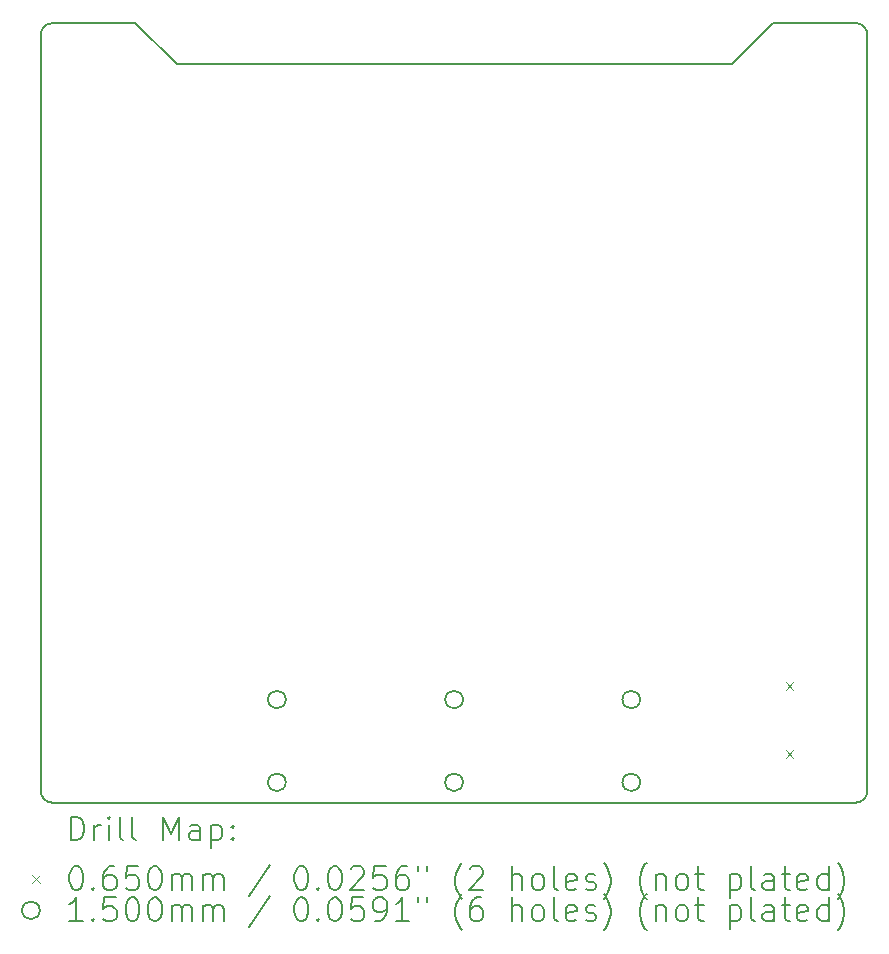
<source format=gbr>
%TF.GenerationSoftware,KiCad,Pcbnew,7.0.5-7.0.5~ubuntu22.04.1*%
%TF.CreationDate,2023-07-17T10:47:00+02:00*%
%TF.ProjectId,audio_iface,61756469-6f5f-4696-9661-63652e6b6963,rev?*%
%TF.SameCoordinates,Original*%
%TF.FileFunction,Drillmap*%
%TF.FilePolarity,Positive*%
%FSLAX45Y45*%
G04 Gerber Fmt 4.5, Leading zero omitted, Abs format (unit mm)*
G04 Created by KiCad (PCBNEW 7.0.5-7.0.5~ubuntu22.04.1) date 2023-07-17 10:47:00*
%MOMM*%
%LPD*%
G01*
G04 APERTURE LIST*
%ADD10C,0.150000*%
%ADD11C,0.200000*%
%ADD12C,0.065000*%
G04 APERTURE END LIST*
D10*
X8400000Y-11000000D02*
G75*
G03*
X8500000Y-10900000I0J100000D01*
G01*
X8500000Y-4500000D02*
G75*
G03*
X8400000Y-4400000I-100000J0D01*
G01*
X2650000Y-4750000D02*
X7350000Y-4750000D01*
X1500000Y-10900000D02*
X1500000Y-4500000D01*
X1600000Y-4400000D02*
G75*
G03*
X1500000Y-4500000I0J-100000D01*
G01*
X1500000Y-10900000D02*
G75*
G03*
X1600000Y-11000000I100000J0D01*
G01*
X2300000Y-4400000D02*
X2650000Y-4750000D01*
X1600000Y-4400000D02*
X2300000Y-4400000D01*
X8400000Y-11000000D02*
X1600000Y-11000000D01*
X7700000Y-4400000D02*
X8400000Y-4400000D01*
X8500000Y-4500000D02*
X8500000Y-10900000D01*
X7350000Y-4750000D02*
X7700000Y-4400000D01*
D11*
D12*
X7807500Y-9978500D02*
X7872500Y-10043500D01*
X7872500Y-9978500D02*
X7807500Y-10043500D01*
X7807500Y-10556500D02*
X7872500Y-10621500D01*
X7872500Y-10556500D02*
X7807500Y-10621500D01*
D10*
X3575000Y-10127500D02*
G75*
G03*
X3575000Y-10127500I-75000J0D01*
G01*
X3575000Y-10827500D02*
G75*
G03*
X3575000Y-10827500I-75000J0D01*
G01*
X5075000Y-10127500D02*
G75*
G03*
X5075000Y-10127500I-75000J0D01*
G01*
X5075000Y-10827500D02*
G75*
G03*
X5075000Y-10827500I-75000J0D01*
G01*
X6575000Y-10127500D02*
G75*
G03*
X6575000Y-10127500I-75000J0D01*
G01*
X6575000Y-10827500D02*
G75*
G03*
X6575000Y-10827500I-75000J0D01*
G01*
D11*
X1753277Y-11318984D02*
X1753277Y-11118984D01*
X1753277Y-11118984D02*
X1800896Y-11118984D01*
X1800896Y-11118984D02*
X1829467Y-11128508D01*
X1829467Y-11128508D02*
X1848515Y-11147555D01*
X1848515Y-11147555D02*
X1858039Y-11166603D01*
X1858039Y-11166603D02*
X1867562Y-11204698D01*
X1867562Y-11204698D02*
X1867562Y-11233269D01*
X1867562Y-11233269D02*
X1858039Y-11271365D01*
X1858039Y-11271365D02*
X1848515Y-11290412D01*
X1848515Y-11290412D02*
X1829467Y-11309460D01*
X1829467Y-11309460D02*
X1800896Y-11318984D01*
X1800896Y-11318984D02*
X1753277Y-11318984D01*
X1953277Y-11318984D02*
X1953277Y-11185650D01*
X1953277Y-11223746D02*
X1962801Y-11204698D01*
X1962801Y-11204698D02*
X1972324Y-11195174D01*
X1972324Y-11195174D02*
X1991372Y-11185650D01*
X1991372Y-11185650D02*
X2010420Y-11185650D01*
X2077086Y-11318984D02*
X2077086Y-11185650D01*
X2077086Y-11118984D02*
X2067562Y-11128508D01*
X2067562Y-11128508D02*
X2077086Y-11138031D01*
X2077086Y-11138031D02*
X2086610Y-11128508D01*
X2086610Y-11128508D02*
X2077086Y-11118984D01*
X2077086Y-11118984D02*
X2077086Y-11138031D01*
X2200896Y-11318984D02*
X2181848Y-11309460D01*
X2181848Y-11309460D02*
X2172324Y-11290412D01*
X2172324Y-11290412D02*
X2172324Y-11118984D01*
X2305658Y-11318984D02*
X2286610Y-11309460D01*
X2286610Y-11309460D02*
X2277086Y-11290412D01*
X2277086Y-11290412D02*
X2277086Y-11118984D01*
X2534229Y-11318984D02*
X2534229Y-11118984D01*
X2534229Y-11118984D02*
X2600896Y-11261841D01*
X2600896Y-11261841D02*
X2667563Y-11118984D01*
X2667563Y-11118984D02*
X2667563Y-11318984D01*
X2848515Y-11318984D02*
X2848515Y-11214222D01*
X2848515Y-11214222D02*
X2838991Y-11195174D01*
X2838991Y-11195174D02*
X2819943Y-11185650D01*
X2819943Y-11185650D02*
X2781848Y-11185650D01*
X2781848Y-11185650D02*
X2762801Y-11195174D01*
X2848515Y-11309460D02*
X2829467Y-11318984D01*
X2829467Y-11318984D02*
X2781848Y-11318984D01*
X2781848Y-11318984D02*
X2762801Y-11309460D01*
X2762801Y-11309460D02*
X2753277Y-11290412D01*
X2753277Y-11290412D02*
X2753277Y-11271365D01*
X2753277Y-11271365D02*
X2762801Y-11252317D01*
X2762801Y-11252317D02*
X2781848Y-11242793D01*
X2781848Y-11242793D02*
X2829467Y-11242793D01*
X2829467Y-11242793D02*
X2848515Y-11233269D01*
X2943753Y-11185650D02*
X2943753Y-11385650D01*
X2943753Y-11195174D02*
X2962801Y-11185650D01*
X2962801Y-11185650D02*
X3000896Y-11185650D01*
X3000896Y-11185650D02*
X3019943Y-11195174D01*
X3019943Y-11195174D02*
X3029467Y-11204698D01*
X3029467Y-11204698D02*
X3038991Y-11223746D01*
X3038991Y-11223746D02*
X3038991Y-11280888D01*
X3038991Y-11280888D02*
X3029467Y-11299936D01*
X3029467Y-11299936D02*
X3019943Y-11309460D01*
X3019943Y-11309460D02*
X3000896Y-11318984D01*
X3000896Y-11318984D02*
X2962801Y-11318984D01*
X2962801Y-11318984D02*
X2943753Y-11309460D01*
X3124705Y-11299936D02*
X3134229Y-11309460D01*
X3134229Y-11309460D02*
X3124705Y-11318984D01*
X3124705Y-11318984D02*
X3115182Y-11309460D01*
X3115182Y-11309460D02*
X3124705Y-11299936D01*
X3124705Y-11299936D02*
X3124705Y-11318984D01*
X3124705Y-11195174D02*
X3134229Y-11204698D01*
X3134229Y-11204698D02*
X3124705Y-11214222D01*
X3124705Y-11214222D02*
X3115182Y-11204698D01*
X3115182Y-11204698D02*
X3124705Y-11195174D01*
X3124705Y-11195174D02*
X3124705Y-11214222D01*
D12*
X1427500Y-11615000D02*
X1492500Y-11680000D01*
X1492500Y-11615000D02*
X1427500Y-11680000D01*
D11*
X1791372Y-11538984D02*
X1810420Y-11538984D01*
X1810420Y-11538984D02*
X1829467Y-11548508D01*
X1829467Y-11548508D02*
X1838991Y-11558031D01*
X1838991Y-11558031D02*
X1848515Y-11577079D01*
X1848515Y-11577079D02*
X1858039Y-11615174D01*
X1858039Y-11615174D02*
X1858039Y-11662793D01*
X1858039Y-11662793D02*
X1848515Y-11700888D01*
X1848515Y-11700888D02*
X1838991Y-11719936D01*
X1838991Y-11719936D02*
X1829467Y-11729460D01*
X1829467Y-11729460D02*
X1810420Y-11738984D01*
X1810420Y-11738984D02*
X1791372Y-11738984D01*
X1791372Y-11738984D02*
X1772324Y-11729460D01*
X1772324Y-11729460D02*
X1762801Y-11719936D01*
X1762801Y-11719936D02*
X1753277Y-11700888D01*
X1753277Y-11700888D02*
X1743753Y-11662793D01*
X1743753Y-11662793D02*
X1743753Y-11615174D01*
X1743753Y-11615174D02*
X1753277Y-11577079D01*
X1753277Y-11577079D02*
X1762801Y-11558031D01*
X1762801Y-11558031D02*
X1772324Y-11548508D01*
X1772324Y-11548508D02*
X1791372Y-11538984D01*
X1943753Y-11719936D02*
X1953277Y-11729460D01*
X1953277Y-11729460D02*
X1943753Y-11738984D01*
X1943753Y-11738984D02*
X1934229Y-11729460D01*
X1934229Y-11729460D02*
X1943753Y-11719936D01*
X1943753Y-11719936D02*
X1943753Y-11738984D01*
X2124705Y-11538984D02*
X2086610Y-11538984D01*
X2086610Y-11538984D02*
X2067562Y-11548508D01*
X2067562Y-11548508D02*
X2058039Y-11558031D01*
X2058039Y-11558031D02*
X2038991Y-11586603D01*
X2038991Y-11586603D02*
X2029467Y-11624698D01*
X2029467Y-11624698D02*
X2029467Y-11700888D01*
X2029467Y-11700888D02*
X2038991Y-11719936D01*
X2038991Y-11719936D02*
X2048515Y-11729460D01*
X2048515Y-11729460D02*
X2067562Y-11738984D01*
X2067562Y-11738984D02*
X2105658Y-11738984D01*
X2105658Y-11738984D02*
X2124705Y-11729460D01*
X2124705Y-11729460D02*
X2134229Y-11719936D01*
X2134229Y-11719936D02*
X2143753Y-11700888D01*
X2143753Y-11700888D02*
X2143753Y-11653269D01*
X2143753Y-11653269D02*
X2134229Y-11634222D01*
X2134229Y-11634222D02*
X2124705Y-11624698D01*
X2124705Y-11624698D02*
X2105658Y-11615174D01*
X2105658Y-11615174D02*
X2067562Y-11615174D01*
X2067562Y-11615174D02*
X2048515Y-11624698D01*
X2048515Y-11624698D02*
X2038991Y-11634222D01*
X2038991Y-11634222D02*
X2029467Y-11653269D01*
X2324705Y-11538984D02*
X2229467Y-11538984D01*
X2229467Y-11538984D02*
X2219944Y-11634222D01*
X2219944Y-11634222D02*
X2229467Y-11624698D01*
X2229467Y-11624698D02*
X2248515Y-11615174D01*
X2248515Y-11615174D02*
X2296134Y-11615174D01*
X2296134Y-11615174D02*
X2315182Y-11624698D01*
X2315182Y-11624698D02*
X2324705Y-11634222D01*
X2324705Y-11634222D02*
X2334229Y-11653269D01*
X2334229Y-11653269D02*
X2334229Y-11700888D01*
X2334229Y-11700888D02*
X2324705Y-11719936D01*
X2324705Y-11719936D02*
X2315182Y-11729460D01*
X2315182Y-11729460D02*
X2296134Y-11738984D01*
X2296134Y-11738984D02*
X2248515Y-11738984D01*
X2248515Y-11738984D02*
X2229467Y-11729460D01*
X2229467Y-11729460D02*
X2219944Y-11719936D01*
X2458039Y-11538984D02*
X2477086Y-11538984D01*
X2477086Y-11538984D02*
X2496134Y-11548508D01*
X2496134Y-11548508D02*
X2505658Y-11558031D01*
X2505658Y-11558031D02*
X2515182Y-11577079D01*
X2515182Y-11577079D02*
X2524705Y-11615174D01*
X2524705Y-11615174D02*
X2524705Y-11662793D01*
X2524705Y-11662793D02*
X2515182Y-11700888D01*
X2515182Y-11700888D02*
X2505658Y-11719936D01*
X2505658Y-11719936D02*
X2496134Y-11729460D01*
X2496134Y-11729460D02*
X2477086Y-11738984D01*
X2477086Y-11738984D02*
X2458039Y-11738984D01*
X2458039Y-11738984D02*
X2438991Y-11729460D01*
X2438991Y-11729460D02*
X2429467Y-11719936D01*
X2429467Y-11719936D02*
X2419944Y-11700888D01*
X2419944Y-11700888D02*
X2410420Y-11662793D01*
X2410420Y-11662793D02*
X2410420Y-11615174D01*
X2410420Y-11615174D02*
X2419944Y-11577079D01*
X2419944Y-11577079D02*
X2429467Y-11558031D01*
X2429467Y-11558031D02*
X2438991Y-11548508D01*
X2438991Y-11548508D02*
X2458039Y-11538984D01*
X2610420Y-11738984D02*
X2610420Y-11605650D01*
X2610420Y-11624698D02*
X2619944Y-11615174D01*
X2619944Y-11615174D02*
X2638991Y-11605650D01*
X2638991Y-11605650D02*
X2667563Y-11605650D01*
X2667563Y-11605650D02*
X2686610Y-11615174D01*
X2686610Y-11615174D02*
X2696134Y-11634222D01*
X2696134Y-11634222D02*
X2696134Y-11738984D01*
X2696134Y-11634222D02*
X2705658Y-11615174D01*
X2705658Y-11615174D02*
X2724705Y-11605650D01*
X2724705Y-11605650D02*
X2753277Y-11605650D01*
X2753277Y-11605650D02*
X2772325Y-11615174D01*
X2772325Y-11615174D02*
X2781848Y-11634222D01*
X2781848Y-11634222D02*
X2781848Y-11738984D01*
X2877086Y-11738984D02*
X2877086Y-11605650D01*
X2877086Y-11624698D02*
X2886610Y-11615174D01*
X2886610Y-11615174D02*
X2905658Y-11605650D01*
X2905658Y-11605650D02*
X2934229Y-11605650D01*
X2934229Y-11605650D02*
X2953277Y-11615174D01*
X2953277Y-11615174D02*
X2962801Y-11634222D01*
X2962801Y-11634222D02*
X2962801Y-11738984D01*
X2962801Y-11634222D02*
X2972324Y-11615174D01*
X2972324Y-11615174D02*
X2991372Y-11605650D01*
X2991372Y-11605650D02*
X3019943Y-11605650D01*
X3019943Y-11605650D02*
X3038991Y-11615174D01*
X3038991Y-11615174D02*
X3048515Y-11634222D01*
X3048515Y-11634222D02*
X3048515Y-11738984D01*
X3438991Y-11529460D02*
X3267563Y-11786603D01*
X3696134Y-11538984D02*
X3715182Y-11538984D01*
X3715182Y-11538984D02*
X3734229Y-11548508D01*
X3734229Y-11548508D02*
X3743753Y-11558031D01*
X3743753Y-11558031D02*
X3753277Y-11577079D01*
X3753277Y-11577079D02*
X3762801Y-11615174D01*
X3762801Y-11615174D02*
X3762801Y-11662793D01*
X3762801Y-11662793D02*
X3753277Y-11700888D01*
X3753277Y-11700888D02*
X3743753Y-11719936D01*
X3743753Y-11719936D02*
X3734229Y-11729460D01*
X3734229Y-11729460D02*
X3715182Y-11738984D01*
X3715182Y-11738984D02*
X3696134Y-11738984D01*
X3696134Y-11738984D02*
X3677086Y-11729460D01*
X3677086Y-11729460D02*
X3667563Y-11719936D01*
X3667563Y-11719936D02*
X3658039Y-11700888D01*
X3658039Y-11700888D02*
X3648515Y-11662793D01*
X3648515Y-11662793D02*
X3648515Y-11615174D01*
X3648515Y-11615174D02*
X3658039Y-11577079D01*
X3658039Y-11577079D02*
X3667563Y-11558031D01*
X3667563Y-11558031D02*
X3677086Y-11548508D01*
X3677086Y-11548508D02*
X3696134Y-11538984D01*
X3848515Y-11719936D02*
X3858039Y-11729460D01*
X3858039Y-11729460D02*
X3848515Y-11738984D01*
X3848515Y-11738984D02*
X3838991Y-11729460D01*
X3838991Y-11729460D02*
X3848515Y-11719936D01*
X3848515Y-11719936D02*
X3848515Y-11738984D01*
X3981848Y-11538984D02*
X4000896Y-11538984D01*
X4000896Y-11538984D02*
X4019944Y-11548508D01*
X4019944Y-11548508D02*
X4029467Y-11558031D01*
X4029467Y-11558031D02*
X4038991Y-11577079D01*
X4038991Y-11577079D02*
X4048515Y-11615174D01*
X4048515Y-11615174D02*
X4048515Y-11662793D01*
X4048515Y-11662793D02*
X4038991Y-11700888D01*
X4038991Y-11700888D02*
X4029467Y-11719936D01*
X4029467Y-11719936D02*
X4019944Y-11729460D01*
X4019944Y-11729460D02*
X4000896Y-11738984D01*
X4000896Y-11738984D02*
X3981848Y-11738984D01*
X3981848Y-11738984D02*
X3962801Y-11729460D01*
X3962801Y-11729460D02*
X3953277Y-11719936D01*
X3953277Y-11719936D02*
X3943753Y-11700888D01*
X3943753Y-11700888D02*
X3934229Y-11662793D01*
X3934229Y-11662793D02*
X3934229Y-11615174D01*
X3934229Y-11615174D02*
X3943753Y-11577079D01*
X3943753Y-11577079D02*
X3953277Y-11558031D01*
X3953277Y-11558031D02*
X3962801Y-11548508D01*
X3962801Y-11548508D02*
X3981848Y-11538984D01*
X4124706Y-11558031D02*
X4134229Y-11548508D01*
X4134229Y-11548508D02*
X4153277Y-11538984D01*
X4153277Y-11538984D02*
X4200896Y-11538984D01*
X4200896Y-11538984D02*
X4219944Y-11548508D01*
X4219944Y-11548508D02*
X4229468Y-11558031D01*
X4229468Y-11558031D02*
X4238991Y-11577079D01*
X4238991Y-11577079D02*
X4238991Y-11596127D01*
X4238991Y-11596127D02*
X4229468Y-11624698D01*
X4229468Y-11624698D02*
X4115182Y-11738984D01*
X4115182Y-11738984D02*
X4238991Y-11738984D01*
X4419944Y-11538984D02*
X4324706Y-11538984D01*
X4324706Y-11538984D02*
X4315182Y-11634222D01*
X4315182Y-11634222D02*
X4324706Y-11624698D01*
X4324706Y-11624698D02*
X4343753Y-11615174D01*
X4343753Y-11615174D02*
X4391372Y-11615174D01*
X4391372Y-11615174D02*
X4410420Y-11624698D01*
X4410420Y-11624698D02*
X4419944Y-11634222D01*
X4419944Y-11634222D02*
X4429468Y-11653269D01*
X4429468Y-11653269D02*
X4429468Y-11700888D01*
X4429468Y-11700888D02*
X4419944Y-11719936D01*
X4419944Y-11719936D02*
X4410420Y-11729460D01*
X4410420Y-11729460D02*
X4391372Y-11738984D01*
X4391372Y-11738984D02*
X4343753Y-11738984D01*
X4343753Y-11738984D02*
X4324706Y-11729460D01*
X4324706Y-11729460D02*
X4315182Y-11719936D01*
X4600896Y-11538984D02*
X4562801Y-11538984D01*
X4562801Y-11538984D02*
X4543753Y-11548508D01*
X4543753Y-11548508D02*
X4534229Y-11558031D01*
X4534229Y-11558031D02*
X4515182Y-11586603D01*
X4515182Y-11586603D02*
X4505658Y-11624698D01*
X4505658Y-11624698D02*
X4505658Y-11700888D01*
X4505658Y-11700888D02*
X4515182Y-11719936D01*
X4515182Y-11719936D02*
X4524706Y-11729460D01*
X4524706Y-11729460D02*
X4543753Y-11738984D01*
X4543753Y-11738984D02*
X4581849Y-11738984D01*
X4581849Y-11738984D02*
X4600896Y-11729460D01*
X4600896Y-11729460D02*
X4610420Y-11719936D01*
X4610420Y-11719936D02*
X4619944Y-11700888D01*
X4619944Y-11700888D02*
X4619944Y-11653269D01*
X4619944Y-11653269D02*
X4610420Y-11634222D01*
X4610420Y-11634222D02*
X4600896Y-11624698D01*
X4600896Y-11624698D02*
X4581849Y-11615174D01*
X4581849Y-11615174D02*
X4543753Y-11615174D01*
X4543753Y-11615174D02*
X4524706Y-11624698D01*
X4524706Y-11624698D02*
X4515182Y-11634222D01*
X4515182Y-11634222D02*
X4505658Y-11653269D01*
X4696134Y-11538984D02*
X4696134Y-11577079D01*
X4772325Y-11538984D02*
X4772325Y-11577079D01*
X5067563Y-11815174D02*
X5058039Y-11805650D01*
X5058039Y-11805650D02*
X5038991Y-11777079D01*
X5038991Y-11777079D02*
X5029468Y-11758031D01*
X5029468Y-11758031D02*
X5019944Y-11729460D01*
X5019944Y-11729460D02*
X5010420Y-11681841D01*
X5010420Y-11681841D02*
X5010420Y-11643746D01*
X5010420Y-11643746D02*
X5019944Y-11596127D01*
X5019944Y-11596127D02*
X5029468Y-11567555D01*
X5029468Y-11567555D02*
X5038991Y-11548508D01*
X5038991Y-11548508D02*
X5058039Y-11519936D01*
X5058039Y-11519936D02*
X5067563Y-11510412D01*
X5134230Y-11558031D02*
X5143753Y-11548508D01*
X5143753Y-11548508D02*
X5162801Y-11538984D01*
X5162801Y-11538984D02*
X5210420Y-11538984D01*
X5210420Y-11538984D02*
X5229468Y-11548508D01*
X5229468Y-11548508D02*
X5238991Y-11558031D01*
X5238991Y-11558031D02*
X5248515Y-11577079D01*
X5248515Y-11577079D02*
X5248515Y-11596127D01*
X5248515Y-11596127D02*
X5238991Y-11624698D01*
X5238991Y-11624698D02*
X5124706Y-11738984D01*
X5124706Y-11738984D02*
X5248515Y-11738984D01*
X5486611Y-11738984D02*
X5486611Y-11538984D01*
X5572325Y-11738984D02*
X5572325Y-11634222D01*
X5572325Y-11634222D02*
X5562801Y-11615174D01*
X5562801Y-11615174D02*
X5543753Y-11605650D01*
X5543753Y-11605650D02*
X5515182Y-11605650D01*
X5515182Y-11605650D02*
X5496134Y-11615174D01*
X5496134Y-11615174D02*
X5486611Y-11624698D01*
X5696134Y-11738984D02*
X5677087Y-11729460D01*
X5677087Y-11729460D02*
X5667563Y-11719936D01*
X5667563Y-11719936D02*
X5658039Y-11700888D01*
X5658039Y-11700888D02*
X5658039Y-11643746D01*
X5658039Y-11643746D02*
X5667563Y-11624698D01*
X5667563Y-11624698D02*
X5677087Y-11615174D01*
X5677087Y-11615174D02*
X5696134Y-11605650D01*
X5696134Y-11605650D02*
X5724706Y-11605650D01*
X5724706Y-11605650D02*
X5743753Y-11615174D01*
X5743753Y-11615174D02*
X5753277Y-11624698D01*
X5753277Y-11624698D02*
X5762801Y-11643746D01*
X5762801Y-11643746D02*
X5762801Y-11700888D01*
X5762801Y-11700888D02*
X5753277Y-11719936D01*
X5753277Y-11719936D02*
X5743753Y-11729460D01*
X5743753Y-11729460D02*
X5724706Y-11738984D01*
X5724706Y-11738984D02*
X5696134Y-11738984D01*
X5877087Y-11738984D02*
X5858039Y-11729460D01*
X5858039Y-11729460D02*
X5848515Y-11710412D01*
X5848515Y-11710412D02*
X5848515Y-11538984D01*
X6029468Y-11729460D02*
X6010420Y-11738984D01*
X6010420Y-11738984D02*
X5972325Y-11738984D01*
X5972325Y-11738984D02*
X5953277Y-11729460D01*
X5953277Y-11729460D02*
X5943753Y-11710412D01*
X5943753Y-11710412D02*
X5943753Y-11634222D01*
X5943753Y-11634222D02*
X5953277Y-11615174D01*
X5953277Y-11615174D02*
X5972325Y-11605650D01*
X5972325Y-11605650D02*
X6010420Y-11605650D01*
X6010420Y-11605650D02*
X6029468Y-11615174D01*
X6029468Y-11615174D02*
X6038991Y-11634222D01*
X6038991Y-11634222D02*
X6038991Y-11653269D01*
X6038991Y-11653269D02*
X5943753Y-11672317D01*
X6115182Y-11729460D02*
X6134230Y-11738984D01*
X6134230Y-11738984D02*
X6172325Y-11738984D01*
X6172325Y-11738984D02*
X6191372Y-11729460D01*
X6191372Y-11729460D02*
X6200896Y-11710412D01*
X6200896Y-11710412D02*
X6200896Y-11700888D01*
X6200896Y-11700888D02*
X6191372Y-11681841D01*
X6191372Y-11681841D02*
X6172325Y-11672317D01*
X6172325Y-11672317D02*
X6143753Y-11672317D01*
X6143753Y-11672317D02*
X6124706Y-11662793D01*
X6124706Y-11662793D02*
X6115182Y-11643746D01*
X6115182Y-11643746D02*
X6115182Y-11634222D01*
X6115182Y-11634222D02*
X6124706Y-11615174D01*
X6124706Y-11615174D02*
X6143753Y-11605650D01*
X6143753Y-11605650D02*
X6172325Y-11605650D01*
X6172325Y-11605650D02*
X6191372Y-11615174D01*
X6267563Y-11815174D02*
X6277087Y-11805650D01*
X6277087Y-11805650D02*
X6296134Y-11777079D01*
X6296134Y-11777079D02*
X6305658Y-11758031D01*
X6305658Y-11758031D02*
X6315182Y-11729460D01*
X6315182Y-11729460D02*
X6324706Y-11681841D01*
X6324706Y-11681841D02*
X6324706Y-11643746D01*
X6324706Y-11643746D02*
X6315182Y-11596127D01*
X6315182Y-11596127D02*
X6305658Y-11567555D01*
X6305658Y-11567555D02*
X6296134Y-11548508D01*
X6296134Y-11548508D02*
X6277087Y-11519936D01*
X6277087Y-11519936D02*
X6267563Y-11510412D01*
X6629468Y-11815174D02*
X6619944Y-11805650D01*
X6619944Y-11805650D02*
X6600896Y-11777079D01*
X6600896Y-11777079D02*
X6591372Y-11758031D01*
X6591372Y-11758031D02*
X6581849Y-11729460D01*
X6581849Y-11729460D02*
X6572325Y-11681841D01*
X6572325Y-11681841D02*
X6572325Y-11643746D01*
X6572325Y-11643746D02*
X6581849Y-11596127D01*
X6581849Y-11596127D02*
X6591372Y-11567555D01*
X6591372Y-11567555D02*
X6600896Y-11548508D01*
X6600896Y-11548508D02*
X6619944Y-11519936D01*
X6619944Y-11519936D02*
X6629468Y-11510412D01*
X6705658Y-11605650D02*
X6705658Y-11738984D01*
X6705658Y-11624698D02*
X6715182Y-11615174D01*
X6715182Y-11615174D02*
X6734230Y-11605650D01*
X6734230Y-11605650D02*
X6762801Y-11605650D01*
X6762801Y-11605650D02*
X6781849Y-11615174D01*
X6781849Y-11615174D02*
X6791372Y-11634222D01*
X6791372Y-11634222D02*
X6791372Y-11738984D01*
X6915182Y-11738984D02*
X6896134Y-11729460D01*
X6896134Y-11729460D02*
X6886611Y-11719936D01*
X6886611Y-11719936D02*
X6877087Y-11700888D01*
X6877087Y-11700888D02*
X6877087Y-11643746D01*
X6877087Y-11643746D02*
X6886611Y-11624698D01*
X6886611Y-11624698D02*
X6896134Y-11615174D01*
X6896134Y-11615174D02*
X6915182Y-11605650D01*
X6915182Y-11605650D02*
X6943753Y-11605650D01*
X6943753Y-11605650D02*
X6962801Y-11615174D01*
X6962801Y-11615174D02*
X6972325Y-11624698D01*
X6972325Y-11624698D02*
X6981849Y-11643746D01*
X6981849Y-11643746D02*
X6981849Y-11700888D01*
X6981849Y-11700888D02*
X6972325Y-11719936D01*
X6972325Y-11719936D02*
X6962801Y-11729460D01*
X6962801Y-11729460D02*
X6943753Y-11738984D01*
X6943753Y-11738984D02*
X6915182Y-11738984D01*
X7038992Y-11605650D02*
X7115182Y-11605650D01*
X7067563Y-11538984D02*
X7067563Y-11710412D01*
X7067563Y-11710412D02*
X7077087Y-11729460D01*
X7077087Y-11729460D02*
X7096134Y-11738984D01*
X7096134Y-11738984D02*
X7115182Y-11738984D01*
X7334230Y-11605650D02*
X7334230Y-11805650D01*
X7334230Y-11615174D02*
X7353277Y-11605650D01*
X7353277Y-11605650D02*
X7391373Y-11605650D01*
X7391373Y-11605650D02*
X7410420Y-11615174D01*
X7410420Y-11615174D02*
X7419944Y-11624698D01*
X7419944Y-11624698D02*
X7429468Y-11643746D01*
X7429468Y-11643746D02*
X7429468Y-11700888D01*
X7429468Y-11700888D02*
X7419944Y-11719936D01*
X7419944Y-11719936D02*
X7410420Y-11729460D01*
X7410420Y-11729460D02*
X7391373Y-11738984D01*
X7391373Y-11738984D02*
X7353277Y-11738984D01*
X7353277Y-11738984D02*
X7334230Y-11729460D01*
X7543753Y-11738984D02*
X7524706Y-11729460D01*
X7524706Y-11729460D02*
X7515182Y-11710412D01*
X7515182Y-11710412D02*
X7515182Y-11538984D01*
X7705658Y-11738984D02*
X7705658Y-11634222D01*
X7705658Y-11634222D02*
X7696134Y-11615174D01*
X7696134Y-11615174D02*
X7677087Y-11605650D01*
X7677087Y-11605650D02*
X7638992Y-11605650D01*
X7638992Y-11605650D02*
X7619944Y-11615174D01*
X7705658Y-11729460D02*
X7686611Y-11738984D01*
X7686611Y-11738984D02*
X7638992Y-11738984D01*
X7638992Y-11738984D02*
X7619944Y-11729460D01*
X7619944Y-11729460D02*
X7610420Y-11710412D01*
X7610420Y-11710412D02*
X7610420Y-11691365D01*
X7610420Y-11691365D02*
X7619944Y-11672317D01*
X7619944Y-11672317D02*
X7638992Y-11662793D01*
X7638992Y-11662793D02*
X7686611Y-11662793D01*
X7686611Y-11662793D02*
X7705658Y-11653269D01*
X7772325Y-11605650D02*
X7848515Y-11605650D01*
X7800896Y-11538984D02*
X7800896Y-11710412D01*
X7800896Y-11710412D02*
X7810420Y-11729460D01*
X7810420Y-11729460D02*
X7829468Y-11738984D01*
X7829468Y-11738984D02*
X7848515Y-11738984D01*
X7991373Y-11729460D02*
X7972325Y-11738984D01*
X7972325Y-11738984D02*
X7934230Y-11738984D01*
X7934230Y-11738984D02*
X7915182Y-11729460D01*
X7915182Y-11729460D02*
X7905658Y-11710412D01*
X7905658Y-11710412D02*
X7905658Y-11634222D01*
X7905658Y-11634222D02*
X7915182Y-11615174D01*
X7915182Y-11615174D02*
X7934230Y-11605650D01*
X7934230Y-11605650D02*
X7972325Y-11605650D01*
X7972325Y-11605650D02*
X7991373Y-11615174D01*
X7991373Y-11615174D02*
X8000896Y-11634222D01*
X8000896Y-11634222D02*
X8000896Y-11653269D01*
X8000896Y-11653269D02*
X7905658Y-11672317D01*
X8172325Y-11738984D02*
X8172325Y-11538984D01*
X8172325Y-11729460D02*
X8153277Y-11738984D01*
X8153277Y-11738984D02*
X8115182Y-11738984D01*
X8115182Y-11738984D02*
X8096134Y-11729460D01*
X8096134Y-11729460D02*
X8086611Y-11719936D01*
X8086611Y-11719936D02*
X8077087Y-11700888D01*
X8077087Y-11700888D02*
X8077087Y-11643746D01*
X8077087Y-11643746D02*
X8086611Y-11624698D01*
X8086611Y-11624698D02*
X8096134Y-11615174D01*
X8096134Y-11615174D02*
X8115182Y-11605650D01*
X8115182Y-11605650D02*
X8153277Y-11605650D01*
X8153277Y-11605650D02*
X8172325Y-11615174D01*
X8248515Y-11815174D02*
X8258039Y-11805650D01*
X8258039Y-11805650D02*
X8277087Y-11777079D01*
X8277087Y-11777079D02*
X8286611Y-11758031D01*
X8286611Y-11758031D02*
X8296134Y-11729460D01*
X8296134Y-11729460D02*
X8305658Y-11681841D01*
X8305658Y-11681841D02*
X8305658Y-11643746D01*
X8305658Y-11643746D02*
X8296134Y-11596127D01*
X8296134Y-11596127D02*
X8286611Y-11567555D01*
X8286611Y-11567555D02*
X8277087Y-11548508D01*
X8277087Y-11548508D02*
X8258039Y-11519936D01*
X8258039Y-11519936D02*
X8248515Y-11510412D01*
D10*
X1492500Y-11911500D02*
G75*
G03*
X1492500Y-11911500I-75000J0D01*
G01*
D11*
X1858039Y-12002984D02*
X1743753Y-12002984D01*
X1800896Y-12002984D02*
X1800896Y-11802984D01*
X1800896Y-11802984D02*
X1781848Y-11831555D01*
X1781848Y-11831555D02*
X1762801Y-11850603D01*
X1762801Y-11850603D02*
X1743753Y-11860127D01*
X1943753Y-11983936D02*
X1953277Y-11993460D01*
X1953277Y-11993460D02*
X1943753Y-12002984D01*
X1943753Y-12002984D02*
X1934229Y-11993460D01*
X1934229Y-11993460D02*
X1943753Y-11983936D01*
X1943753Y-11983936D02*
X1943753Y-12002984D01*
X2134229Y-11802984D02*
X2038991Y-11802984D01*
X2038991Y-11802984D02*
X2029467Y-11898222D01*
X2029467Y-11898222D02*
X2038991Y-11888698D01*
X2038991Y-11888698D02*
X2058039Y-11879174D01*
X2058039Y-11879174D02*
X2105658Y-11879174D01*
X2105658Y-11879174D02*
X2124705Y-11888698D01*
X2124705Y-11888698D02*
X2134229Y-11898222D01*
X2134229Y-11898222D02*
X2143753Y-11917269D01*
X2143753Y-11917269D02*
X2143753Y-11964888D01*
X2143753Y-11964888D02*
X2134229Y-11983936D01*
X2134229Y-11983936D02*
X2124705Y-11993460D01*
X2124705Y-11993460D02*
X2105658Y-12002984D01*
X2105658Y-12002984D02*
X2058039Y-12002984D01*
X2058039Y-12002984D02*
X2038991Y-11993460D01*
X2038991Y-11993460D02*
X2029467Y-11983936D01*
X2267563Y-11802984D02*
X2286610Y-11802984D01*
X2286610Y-11802984D02*
X2305658Y-11812508D01*
X2305658Y-11812508D02*
X2315182Y-11822031D01*
X2315182Y-11822031D02*
X2324705Y-11841079D01*
X2324705Y-11841079D02*
X2334229Y-11879174D01*
X2334229Y-11879174D02*
X2334229Y-11926793D01*
X2334229Y-11926793D02*
X2324705Y-11964888D01*
X2324705Y-11964888D02*
X2315182Y-11983936D01*
X2315182Y-11983936D02*
X2305658Y-11993460D01*
X2305658Y-11993460D02*
X2286610Y-12002984D01*
X2286610Y-12002984D02*
X2267563Y-12002984D01*
X2267563Y-12002984D02*
X2248515Y-11993460D01*
X2248515Y-11993460D02*
X2238991Y-11983936D01*
X2238991Y-11983936D02*
X2229467Y-11964888D01*
X2229467Y-11964888D02*
X2219944Y-11926793D01*
X2219944Y-11926793D02*
X2219944Y-11879174D01*
X2219944Y-11879174D02*
X2229467Y-11841079D01*
X2229467Y-11841079D02*
X2238991Y-11822031D01*
X2238991Y-11822031D02*
X2248515Y-11812508D01*
X2248515Y-11812508D02*
X2267563Y-11802984D01*
X2458039Y-11802984D02*
X2477086Y-11802984D01*
X2477086Y-11802984D02*
X2496134Y-11812508D01*
X2496134Y-11812508D02*
X2505658Y-11822031D01*
X2505658Y-11822031D02*
X2515182Y-11841079D01*
X2515182Y-11841079D02*
X2524705Y-11879174D01*
X2524705Y-11879174D02*
X2524705Y-11926793D01*
X2524705Y-11926793D02*
X2515182Y-11964888D01*
X2515182Y-11964888D02*
X2505658Y-11983936D01*
X2505658Y-11983936D02*
X2496134Y-11993460D01*
X2496134Y-11993460D02*
X2477086Y-12002984D01*
X2477086Y-12002984D02*
X2458039Y-12002984D01*
X2458039Y-12002984D02*
X2438991Y-11993460D01*
X2438991Y-11993460D02*
X2429467Y-11983936D01*
X2429467Y-11983936D02*
X2419944Y-11964888D01*
X2419944Y-11964888D02*
X2410420Y-11926793D01*
X2410420Y-11926793D02*
X2410420Y-11879174D01*
X2410420Y-11879174D02*
X2419944Y-11841079D01*
X2419944Y-11841079D02*
X2429467Y-11822031D01*
X2429467Y-11822031D02*
X2438991Y-11812508D01*
X2438991Y-11812508D02*
X2458039Y-11802984D01*
X2610420Y-12002984D02*
X2610420Y-11869650D01*
X2610420Y-11888698D02*
X2619944Y-11879174D01*
X2619944Y-11879174D02*
X2638991Y-11869650D01*
X2638991Y-11869650D02*
X2667563Y-11869650D01*
X2667563Y-11869650D02*
X2686610Y-11879174D01*
X2686610Y-11879174D02*
X2696134Y-11898222D01*
X2696134Y-11898222D02*
X2696134Y-12002984D01*
X2696134Y-11898222D02*
X2705658Y-11879174D01*
X2705658Y-11879174D02*
X2724705Y-11869650D01*
X2724705Y-11869650D02*
X2753277Y-11869650D01*
X2753277Y-11869650D02*
X2772325Y-11879174D01*
X2772325Y-11879174D02*
X2781848Y-11898222D01*
X2781848Y-11898222D02*
X2781848Y-12002984D01*
X2877086Y-12002984D02*
X2877086Y-11869650D01*
X2877086Y-11888698D02*
X2886610Y-11879174D01*
X2886610Y-11879174D02*
X2905658Y-11869650D01*
X2905658Y-11869650D02*
X2934229Y-11869650D01*
X2934229Y-11869650D02*
X2953277Y-11879174D01*
X2953277Y-11879174D02*
X2962801Y-11898222D01*
X2962801Y-11898222D02*
X2962801Y-12002984D01*
X2962801Y-11898222D02*
X2972324Y-11879174D01*
X2972324Y-11879174D02*
X2991372Y-11869650D01*
X2991372Y-11869650D02*
X3019943Y-11869650D01*
X3019943Y-11869650D02*
X3038991Y-11879174D01*
X3038991Y-11879174D02*
X3048515Y-11898222D01*
X3048515Y-11898222D02*
X3048515Y-12002984D01*
X3438991Y-11793460D02*
X3267563Y-12050603D01*
X3696134Y-11802984D02*
X3715182Y-11802984D01*
X3715182Y-11802984D02*
X3734229Y-11812508D01*
X3734229Y-11812508D02*
X3743753Y-11822031D01*
X3743753Y-11822031D02*
X3753277Y-11841079D01*
X3753277Y-11841079D02*
X3762801Y-11879174D01*
X3762801Y-11879174D02*
X3762801Y-11926793D01*
X3762801Y-11926793D02*
X3753277Y-11964888D01*
X3753277Y-11964888D02*
X3743753Y-11983936D01*
X3743753Y-11983936D02*
X3734229Y-11993460D01*
X3734229Y-11993460D02*
X3715182Y-12002984D01*
X3715182Y-12002984D02*
X3696134Y-12002984D01*
X3696134Y-12002984D02*
X3677086Y-11993460D01*
X3677086Y-11993460D02*
X3667563Y-11983936D01*
X3667563Y-11983936D02*
X3658039Y-11964888D01*
X3658039Y-11964888D02*
X3648515Y-11926793D01*
X3648515Y-11926793D02*
X3648515Y-11879174D01*
X3648515Y-11879174D02*
X3658039Y-11841079D01*
X3658039Y-11841079D02*
X3667563Y-11822031D01*
X3667563Y-11822031D02*
X3677086Y-11812508D01*
X3677086Y-11812508D02*
X3696134Y-11802984D01*
X3848515Y-11983936D02*
X3858039Y-11993460D01*
X3858039Y-11993460D02*
X3848515Y-12002984D01*
X3848515Y-12002984D02*
X3838991Y-11993460D01*
X3838991Y-11993460D02*
X3848515Y-11983936D01*
X3848515Y-11983936D02*
X3848515Y-12002984D01*
X3981848Y-11802984D02*
X4000896Y-11802984D01*
X4000896Y-11802984D02*
X4019944Y-11812508D01*
X4019944Y-11812508D02*
X4029467Y-11822031D01*
X4029467Y-11822031D02*
X4038991Y-11841079D01*
X4038991Y-11841079D02*
X4048515Y-11879174D01*
X4048515Y-11879174D02*
X4048515Y-11926793D01*
X4048515Y-11926793D02*
X4038991Y-11964888D01*
X4038991Y-11964888D02*
X4029467Y-11983936D01*
X4029467Y-11983936D02*
X4019944Y-11993460D01*
X4019944Y-11993460D02*
X4000896Y-12002984D01*
X4000896Y-12002984D02*
X3981848Y-12002984D01*
X3981848Y-12002984D02*
X3962801Y-11993460D01*
X3962801Y-11993460D02*
X3953277Y-11983936D01*
X3953277Y-11983936D02*
X3943753Y-11964888D01*
X3943753Y-11964888D02*
X3934229Y-11926793D01*
X3934229Y-11926793D02*
X3934229Y-11879174D01*
X3934229Y-11879174D02*
X3943753Y-11841079D01*
X3943753Y-11841079D02*
X3953277Y-11822031D01*
X3953277Y-11822031D02*
X3962801Y-11812508D01*
X3962801Y-11812508D02*
X3981848Y-11802984D01*
X4229468Y-11802984D02*
X4134229Y-11802984D01*
X4134229Y-11802984D02*
X4124706Y-11898222D01*
X4124706Y-11898222D02*
X4134229Y-11888698D01*
X4134229Y-11888698D02*
X4153277Y-11879174D01*
X4153277Y-11879174D02*
X4200896Y-11879174D01*
X4200896Y-11879174D02*
X4219944Y-11888698D01*
X4219944Y-11888698D02*
X4229468Y-11898222D01*
X4229468Y-11898222D02*
X4238991Y-11917269D01*
X4238991Y-11917269D02*
X4238991Y-11964888D01*
X4238991Y-11964888D02*
X4229468Y-11983936D01*
X4229468Y-11983936D02*
X4219944Y-11993460D01*
X4219944Y-11993460D02*
X4200896Y-12002984D01*
X4200896Y-12002984D02*
X4153277Y-12002984D01*
X4153277Y-12002984D02*
X4134229Y-11993460D01*
X4134229Y-11993460D02*
X4124706Y-11983936D01*
X4334229Y-12002984D02*
X4372325Y-12002984D01*
X4372325Y-12002984D02*
X4391372Y-11993460D01*
X4391372Y-11993460D02*
X4400896Y-11983936D01*
X4400896Y-11983936D02*
X4419944Y-11955365D01*
X4419944Y-11955365D02*
X4429468Y-11917269D01*
X4429468Y-11917269D02*
X4429468Y-11841079D01*
X4429468Y-11841079D02*
X4419944Y-11822031D01*
X4419944Y-11822031D02*
X4410420Y-11812508D01*
X4410420Y-11812508D02*
X4391372Y-11802984D01*
X4391372Y-11802984D02*
X4353277Y-11802984D01*
X4353277Y-11802984D02*
X4334229Y-11812508D01*
X4334229Y-11812508D02*
X4324706Y-11822031D01*
X4324706Y-11822031D02*
X4315182Y-11841079D01*
X4315182Y-11841079D02*
X4315182Y-11888698D01*
X4315182Y-11888698D02*
X4324706Y-11907746D01*
X4324706Y-11907746D02*
X4334229Y-11917269D01*
X4334229Y-11917269D02*
X4353277Y-11926793D01*
X4353277Y-11926793D02*
X4391372Y-11926793D01*
X4391372Y-11926793D02*
X4410420Y-11917269D01*
X4410420Y-11917269D02*
X4419944Y-11907746D01*
X4419944Y-11907746D02*
X4429468Y-11888698D01*
X4619944Y-12002984D02*
X4505658Y-12002984D01*
X4562801Y-12002984D02*
X4562801Y-11802984D01*
X4562801Y-11802984D02*
X4543753Y-11831555D01*
X4543753Y-11831555D02*
X4524706Y-11850603D01*
X4524706Y-11850603D02*
X4505658Y-11860127D01*
X4696134Y-11802984D02*
X4696134Y-11841079D01*
X4772325Y-11802984D02*
X4772325Y-11841079D01*
X5067563Y-12079174D02*
X5058039Y-12069650D01*
X5058039Y-12069650D02*
X5038991Y-12041079D01*
X5038991Y-12041079D02*
X5029468Y-12022031D01*
X5029468Y-12022031D02*
X5019944Y-11993460D01*
X5019944Y-11993460D02*
X5010420Y-11945841D01*
X5010420Y-11945841D02*
X5010420Y-11907746D01*
X5010420Y-11907746D02*
X5019944Y-11860127D01*
X5019944Y-11860127D02*
X5029468Y-11831555D01*
X5029468Y-11831555D02*
X5038991Y-11812508D01*
X5038991Y-11812508D02*
X5058039Y-11783936D01*
X5058039Y-11783936D02*
X5067563Y-11774412D01*
X5229468Y-11802984D02*
X5191372Y-11802984D01*
X5191372Y-11802984D02*
X5172325Y-11812508D01*
X5172325Y-11812508D02*
X5162801Y-11822031D01*
X5162801Y-11822031D02*
X5143753Y-11850603D01*
X5143753Y-11850603D02*
X5134230Y-11888698D01*
X5134230Y-11888698D02*
X5134230Y-11964888D01*
X5134230Y-11964888D02*
X5143753Y-11983936D01*
X5143753Y-11983936D02*
X5153277Y-11993460D01*
X5153277Y-11993460D02*
X5172325Y-12002984D01*
X5172325Y-12002984D02*
X5210420Y-12002984D01*
X5210420Y-12002984D02*
X5229468Y-11993460D01*
X5229468Y-11993460D02*
X5238991Y-11983936D01*
X5238991Y-11983936D02*
X5248515Y-11964888D01*
X5248515Y-11964888D02*
X5248515Y-11917269D01*
X5248515Y-11917269D02*
X5238991Y-11898222D01*
X5238991Y-11898222D02*
X5229468Y-11888698D01*
X5229468Y-11888698D02*
X5210420Y-11879174D01*
X5210420Y-11879174D02*
X5172325Y-11879174D01*
X5172325Y-11879174D02*
X5153277Y-11888698D01*
X5153277Y-11888698D02*
X5143753Y-11898222D01*
X5143753Y-11898222D02*
X5134230Y-11917269D01*
X5486611Y-12002984D02*
X5486611Y-11802984D01*
X5572325Y-12002984D02*
X5572325Y-11898222D01*
X5572325Y-11898222D02*
X5562801Y-11879174D01*
X5562801Y-11879174D02*
X5543753Y-11869650D01*
X5543753Y-11869650D02*
X5515182Y-11869650D01*
X5515182Y-11869650D02*
X5496134Y-11879174D01*
X5496134Y-11879174D02*
X5486611Y-11888698D01*
X5696134Y-12002984D02*
X5677087Y-11993460D01*
X5677087Y-11993460D02*
X5667563Y-11983936D01*
X5667563Y-11983936D02*
X5658039Y-11964888D01*
X5658039Y-11964888D02*
X5658039Y-11907746D01*
X5658039Y-11907746D02*
X5667563Y-11888698D01*
X5667563Y-11888698D02*
X5677087Y-11879174D01*
X5677087Y-11879174D02*
X5696134Y-11869650D01*
X5696134Y-11869650D02*
X5724706Y-11869650D01*
X5724706Y-11869650D02*
X5743753Y-11879174D01*
X5743753Y-11879174D02*
X5753277Y-11888698D01*
X5753277Y-11888698D02*
X5762801Y-11907746D01*
X5762801Y-11907746D02*
X5762801Y-11964888D01*
X5762801Y-11964888D02*
X5753277Y-11983936D01*
X5753277Y-11983936D02*
X5743753Y-11993460D01*
X5743753Y-11993460D02*
X5724706Y-12002984D01*
X5724706Y-12002984D02*
X5696134Y-12002984D01*
X5877087Y-12002984D02*
X5858039Y-11993460D01*
X5858039Y-11993460D02*
X5848515Y-11974412D01*
X5848515Y-11974412D02*
X5848515Y-11802984D01*
X6029468Y-11993460D02*
X6010420Y-12002984D01*
X6010420Y-12002984D02*
X5972325Y-12002984D01*
X5972325Y-12002984D02*
X5953277Y-11993460D01*
X5953277Y-11993460D02*
X5943753Y-11974412D01*
X5943753Y-11974412D02*
X5943753Y-11898222D01*
X5943753Y-11898222D02*
X5953277Y-11879174D01*
X5953277Y-11879174D02*
X5972325Y-11869650D01*
X5972325Y-11869650D02*
X6010420Y-11869650D01*
X6010420Y-11869650D02*
X6029468Y-11879174D01*
X6029468Y-11879174D02*
X6038991Y-11898222D01*
X6038991Y-11898222D02*
X6038991Y-11917269D01*
X6038991Y-11917269D02*
X5943753Y-11936317D01*
X6115182Y-11993460D02*
X6134230Y-12002984D01*
X6134230Y-12002984D02*
X6172325Y-12002984D01*
X6172325Y-12002984D02*
X6191372Y-11993460D01*
X6191372Y-11993460D02*
X6200896Y-11974412D01*
X6200896Y-11974412D02*
X6200896Y-11964888D01*
X6200896Y-11964888D02*
X6191372Y-11945841D01*
X6191372Y-11945841D02*
X6172325Y-11936317D01*
X6172325Y-11936317D02*
X6143753Y-11936317D01*
X6143753Y-11936317D02*
X6124706Y-11926793D01*
X6124706Y-11926793D02*
X6115182Y-11907746D01*
X6115182Y-11907746D02*
X6115182Y-11898222D01*
X6115182Y-11898222D02*
X6124706Y-11879174D01*
X6124706Y-11879174D02*
X6143753Y-11869650D01*
X6143753Y-11869650D02*
X6172325Y-11869650D01*
X6172325Y-11869650D02*
X6191372Y-11879174D01*
X6267563Y-12079174D02*
X6277087Y-12069650D01*
X6277087Y-12069650D02*
X6296134Y-12041079D01*
X6296134Y-12041079D02*
X6305658Y-12022031D01*
X6305658Y-12022031D02*
X6315182Y-11993460D01*
X6315182Y-11993460D02*
X6324706Y-11945841D01*
X6324706Y-11945841D02*
X6324706Y-11907746D01*
X6324706Y-11907746D02*
X6315182Y-11860127D01*
X6315182Y-11860127D02*
X6305658Y-11831555D01*
X6305658Y-11831555D02*
X6296134Y-11812508D01*
X6296134Y-11812508D02*
X6277087Y-11783936D01*
X6277087Y-11783936D02*
X6267563Y-11774412D01*
X6629468Y-12079174D02*
X6619944Y-12069650D01*
X6619944Y-12069650D02*
X6600896Y-12041079D01*
X6600896Y-12041079D02*
X6591372Y-12022031D01*
X6591372Y-12022031D02*
X6581849Y-11993460D01*
X6581849Y-11993460D02*
X6572325Y-11945841D01*
X6572325Y-11945841D02*
X6572325Y-11907746D01*
X6572325Y-11907746D02*
X6581849Y-11860127D01*
X6581849Y-11860127D02*
X6591372Y-11831555D01*
X6591372Y-11831555D02*
X6600896Y-11812508D01*
X6600896Y-11812508D02*
X6619944Y-11783936D01*
X6619944Y-11783936D02*
X6629468Y-11774412D01*
X6705658Y-11869650D02*
X6705658Y-12002984D01*
X6705658Y-11888698D02*
X6715182Y-11879174D01*
X6715182Y-11879174D02*
X6734230Y-11869650D01*
X6734230Y-11869650D02*
X6762801Y-11869650D01*
X6762801Y-11869650D02*
X6781849Y-11879174D01*
X6781849Y-11879174D02*
X6791372Y-11898222D01*
X6791372Y-11898222D02*
X6791372Y-12002984D01*
X6915182Y-12002984D02*
X6896134Y-11993460D01*
X6896134Y-11993460D02*
X6886611Y-11983936D01*
X6886611Y-11983936D02*
X6877087Y-11964888D01*
X6877087Y-11964888D02*
X6877087Y-11907746D01*
X6877087Y-11907746D02*
X6886611Y-11888698D01*
X6886611Y-11888698D02*
X6896134Y-11879174D01*
X6896134Y-11879174D02*
X6915182Y-11869650D01*
X6915182Y-11869650D02*
X6943753Y-11869650D01*
X6943753Y-11869650D02*
X6962801Y-11879174D01*
X6962801Y-11879174D02*
X6972325Y-11888698D01*
X6972325Y-11888698D02*
X6981849Y-11907746D01*
X6981849Y-11907746D02*
X6981849Y-11964888D01*
X6981849Y-11964888D02*
X6972325Y-11983936D01*
X6972325Y-11983936D02*
X6962801Y-11993460D01*
X6962801Y-11993460D02*
X6943753Y-12002984D01*
X6943753Y-12002984D02*
X6915182Y-12002984D01*
X7038992Y-11869650D02*
X7115182Y-11869650D01*
X7067563Y-11802984D02*
X7067563Y-11974412D01*
X7067563Y-11974412D02*
X7077087Y-11993460D01*
X7077087Y-11993460D02*
X7096134Y-12002984D01*
X7096134Y-12002984D02*
X7115182Y-12002984D01*
X7334230Y-11869650D02*
X7334230Y-12069650D01*
X7334230Y-11879174D02*
X7353277Y-11869650D01*
X7353277Y-11869650D02*
X7391373Y-11869650D01*
X7391373Y-11869650D02*
X7410420Y-11879174D01*
X7410420Y-11879174D02*
X7419944Y-11888698D01*
X7419944Y-11888698D02*
X7429468Y-11907746D01*
X7429468Y-11907746D02*
X7429468Y-11964888D01*
X7429468Y-11964888D02*
X7419944Y-11983936D01*
X7419944Y-11983936D02*
X7410420Y-11993460D01*
X7410420Y-11993460D02*
X7391373Y-12002984D01*
X7391373Y-12002984D02*
X7353277Y-12002984D01*
X7353277Y-12002984D02*
X7334230Y-11993460D01*
X7543753Y-12002984D02*
X7524706Y-11993460D01*
X7524706Y-11993460D02*
X7515182Y-11974412D01*
X7515182Y-11974412D02*
X7515182Y-11802984D01*
X7705658Y-12002984D02*
X7705658Y-11898222D01*
X7705658Y-11898222D02*
X7696134Y-11879174D01*
X7696134Y-11879174D02*
X7677087Y-11869650D01*
X7677087Y-11869650D02*
X7638992Y-11869650D01*
X7638992Y-11869650D02*
X7619944Y-11879174D01*
X7705658Y-11993460D02*
X7686611Y-12002984D01*
X7686611Y-12002984D02*
X7638992Y-12002984D01*
X7638992Y-12002984D02*
X7619944Y-11993460D01*
X7619944Y-11993460D02*
X7610420Y-11974412D01*
X7610420Y-11974412D02*
X7610420Y-11955365D01*
X7610420Y-11955365D02*
X7619944Y-11936317D01*
X7619944Y-11936317D02*
X7638992Y-11926793D01*
X7638992Y-11926793D02*
X7686611Y-11926793D01*
X7686611Y-11926793D02*
X7705658Y-11917269D01*
X7772325Y-11869650D02*
X7848515Y-11869650D01*
X7800896Y-11802984D02*
X7800896Y-11974412D01*
X7800896Y-11974412D02*
X7810420Y-11993460D01*
X7810420Y-11993460D02*
X7829468Y-12002984D01*
X7829468Y-12002984D02*
X7848515Y-12002984D01*
X7991373Y-11993460D02*
X7972325Y-12002984D01*
X7972325Y-12002984D02*
X7934230Y-12002984D01*
X7934230Y-12002984D02*
X7915182Y-11993460D01*
X7915182Y-11993460D02*
X7905658Y-11974412D01*
X7905658Y-11974412D02*
X7905658Y-11898222D01*
X7905658Y-11898222D02*
X7915182Y-11879174D01*
X7915182Y-11879174D02*
X7934230Y-11869650D01*
X7934230Y-11869650D02*
X7972325Y-11869650D01*
X7972325Y-11869650D02*
X7991373Y-11879174D01*
X7991373Y-11879174D02*
X8000896Y-11898222D01*
X8000896Y-11898222D02*
X8000896Y-11917269D01*
X8000896Y-11917269D02*
X7905658Y-11936317D01*
X8172325Y-12002984D02*
X8172325Y-11802984D01*
X8172325Y-11993460D02*
X8153277Y-12002984D01*
X8153277Y-12002984D02*
X8115182Y-12002984D01*
X8115182Y-12002984D02*
X8096134Y-11993460D01*
X8096134Y-11993460D02*
X8086611Y-11983936D01*
X8086611Y-11983936D02*
X8077087Y-11964888D01*
X8077087Y-11964888D02*
X8077087Y-11907746D01*
X8077087Y-11907746D02*
X8086611Y-11888698D01*
X8086611Y-11888698D02*
X8096134Y-11879174D01*
X8096134Y-11879174D02*
X8115182Y-11869650D01*
X8115182Y-11869650D02*
X8153277Y-11869650D01*
X8153277Y-11869650D02*
X8172325Y-11879174D01*
X8248515Y-12079174D02*
X8258039Y-12069650D01*
X8258039Y-12069650D02*
X8277087Y-12041079D01*
X8277087Y-12041079D02*
X8286611Y-12022031D01*
X8286611Y-12022031D02*
X8296134Y-11993460D01*
X8296134Y-11993460D02*
X8305658Y-11945841D01*
X8305658Y-11945841D02*
X8305658Y-11907746D01*
X8305658Y-11907746D02*
X8296134Y-11860127D01*
X8296134Y-11860127D02*
X8286611Y-11831555D01*
X8286611Y-11831555D02*
X8277087Y-11812508D01*
X8277087Y-11812508D02*
X8258039Y-11783936D01*
X8258039Y-11783936D02*
X8248515Y-11774412D01*
M02*

</source>
